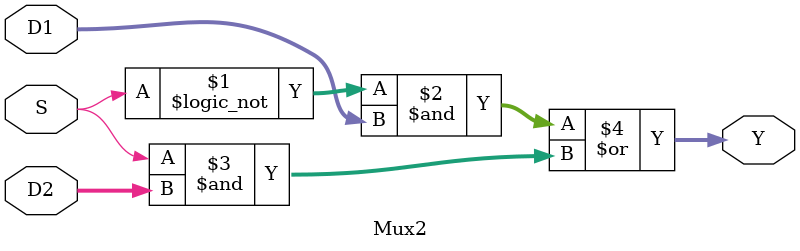
<source format=v>
`timescale 1ns / 1ps

module Mux2 (
 D1 , D2 , S , Y
 );

 input S; // select line
 input [ 31 : 0 ] D1;
 input [ 31 : 0 ] D2;

 output [ 31 : 0 ] Y;

 assign Y = (!S & D1) | (S & D2 );

endmodule // Mux2

</source>
